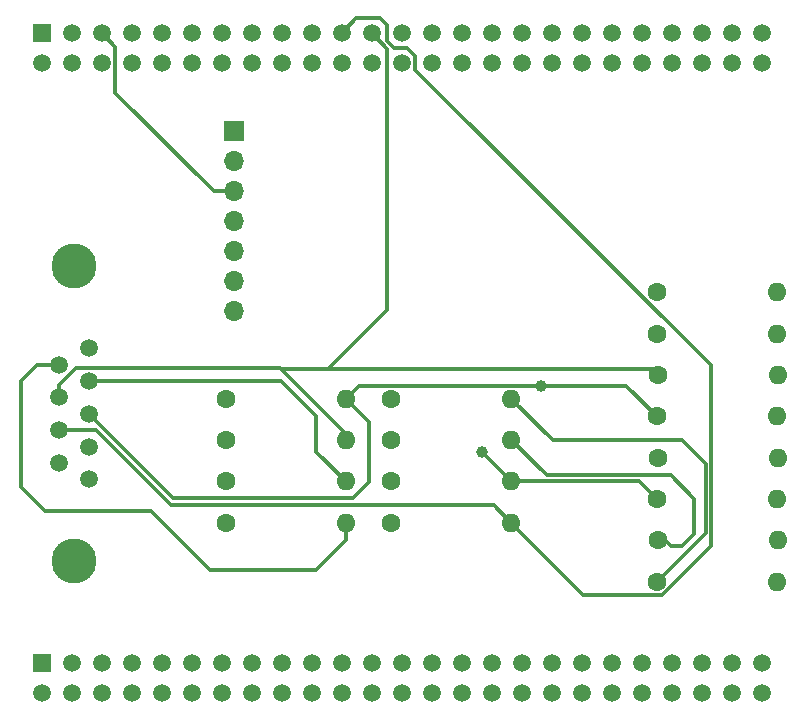
<source format=gtl>
G04 #@! TF.GenerationSoftware,KiCad,Pcbnew,8.0.0*
G04 #@! TF.CreationDate,2024-05-03T13:58:39-04:00*
G04 #@! TF.ProjectId,hdmi_trigger_interface,68646d69-5f74-4726-9967-6765725f696e,rev?*
G04 #@! TF.SameCoordinates,Original*
G04 #@! TF.FileFunction,Copper,L1,Top*
G04 #@! TF.FilePolarity,Positive*
%FSLAX46Y46*%
G04 Gerber Fmt 4.6, Leading zero omitted, Abs format (unit mm)*
G04 Created by KiCad (PCBNEW 8.0.0) date 2024-05-03 13:58:39*
%MOMM*%
%LPD*%
G01*
G04 APERTURE LIST*
G04 #@! TA.AperFunction,ComponentPad*
%ADD10C,1.498600*%
G04 #@! TD*
G04 #@! TA.AperFunction,ComponentPad*
%ADD11C,3.810000*%
G04 #@! TD*
G04 #@! TA.AperFunction,ComponentPad*
%ADD12C,1.600000*%
G04 #@! TD*
G04 #@! TA.AperFunction,ComponentPad*
%ADD13O,1.600000X1.600000*%
G04 #@! TD*
G04 #@! TA.AperFunction,ComponentPad*
%ADD14R,1.700000X1.700000*%
G04 #@! TD*
G04 #@! TA.AperFunction,ComponentPad*
%ADD15O,1.700000X1.700000*%
G04 #@! TD*
G04 #@! TA.AperFunction,ComponentPad*
%ADD16C,1.508000*%
G04 #@! TD*
G04 #@! TA.AperFunction,ComponentPad*
%ADD17R,1.508000X1.508000*%
G04 #@! TD*
G04 #@! TA.AperFunction,ViaPad*
%ADD18C,1.000000*%
G04 #@! TD*
G04 #@! TA.AperFunction,Conductor*
%ADD19C,0.304800*%
G04 #@! TD*
G04 APERTURE END LIST*
D10*
X205774801Y-57220001D03*
X203234801Y-58610001D03*
X205774801Y-60000000D03*
X203234801Y-61390000D03*
X205774801Y-62780000D03*
X203234801Y-64170000D03*
X205774801Y-65560000D03*
X203234801Y-66949999D03*
X205774801Y-68339999D03*
D11*
X204504801Y-50285001D03*
X204504801Y-75274999D03*
D12*
X231340000Y-65000000D03*
D13*
X241500000Y-65000000D03*
D14*
X218000000Y-38880000D03*
D15*
X218000000Y-41420000D03*
X218000000Y-43960000D03*
X218000000Y-46500000D03*
X218000000Y-49040000D03*
X218000000Y-51580000D03*
X218000000Y-54120000D03*
D12*
X217340000Y-72000000D03*
D13*
X227500000Y-72000000D03*
D12*
X217340000Y-68500000D03*
D13*
X227500000Y-68500000D03*
D12*
X217340000Y-65000000D03*
D13*
X227500000Y-65000000D03*
D12*
X217340000Y-61500000D03*
D13*
X227500000Y-61500000D03*
D12*
X231340000Y-72000000D03*
D13*
X241500000Y-72000000D03*
D12*
X231340000Y-68500000D03*
D13*
X241500000Y-68500000D03*
D12*
X231340000Y-61500000D03*
D13*
X241500000Y-61500000D03*
D12*
X253840000Y-77000000D03*
D13*
X264000000Y-77000000D03*
D12*
X253920000Y-73500000D03*
D13*
X264080000Y-73500000D03*
D12*
X253840000Y-70000000D03*
D13*
X264000000Y-70000000D03*
D12*
X253920000Y-66500000D03*
D13*
X264080000Y-66500000D03*
D12*
X253840000Y-63000000D03*
D13*
X264000000Y-63000000D03*
D12*
X253920000Y-59500000D03*
D13*
X264080000Y-59500000D03*
D12*
X253840000Y-56000000D03*
D13*
X264000000Y-56000000D03*
D12*
X253840000Y-52500000D03*
D13*
X264000000Y-52500000D03*
D16*
X242382500Y-33076600D03*
X242382500Y-30536600D03*
X239842500Y-33076600D03*
X239842500Y-30536600D03*
X237302500Y-33076600D03*
X237302500Y-30536600D03*
X234762500Y-33076600D03*
X234762500Y-30536600D03*
X232222500Y-33076600D03*
X232222500Y-30536600D03*
X229682500Y-33076600D03*
X229682500Y-30536600D03*
X227142500Y-33076600D03*
X227142500Y-30536600D03*
X224602500Y-33076600D03*
X224602500Y-30536600D03*
X222062500Y-33076600D03*
X222062500Y-30536600D03*
X219522500Y-33076600D03*
X219522500Y-30536600D03*
X216982500Y-33076600D03*
X216982500Y-30536600D03*
X214442500Y-33076600D03*
X214442500Y-30536600D03*
X211902500Y-33076600D03*
X211902500Y-30536600D03*
X209362500Y-33076600D03*
X209362500Y-30536600D03*
X206822500Y-33076600D03*
X206822500Y-30536600D03*
X209362500Y-86416600D03*
X209362500Y-83876600D03*
X211902500Y-86416600D03*
X211902500Y-83876600D03*
X214442500Y-86416600D03*
X214442500Y-83876600D03*
X216982500Y-86416600D03*
X216982500Y-83876600D03*
X219522500Y-86416600D03*
X219522500Y-83876600D03*
X222062500Y-86416600D03*
X222062500Y-83876600D03*
X224602500Y-86416600D03*
X224602500Y-83876600D03*
X227142500Y-86416600D03*
X227142500Y-83876600D03*
X229682500Y-86416600D03*
X229682500Y-83876600D03*
X232222500Y-86416600D03*
X232222500Y-83876600D03*
X234762500Y-86416600D03*
X234762500Y-83876600D03*
X237302500Y-86416600D03*
X237302500Y-83876600D03*
X239842500Y-86416600D03*
X239842500Y-83876600D03*
X242382500Y-86416600D03*
X242382500Y-83876600D03*
X244922500Y-86416600D03*
X244922500Y-83876600D03*
X247462500Y-86416600D03*
X247462500Y-83876600D03*
X250002500Y-86416600D03*
X250002500Y-83876600D03*
X252542500Y-86416600D03*
X252542500Y-83876600D03*
X255082500Y-86416600D03*
X255082500Y-83876600D03*
X262702500Y-33076600D03*
X262702500Y-30536600D03*
X260162500Y-33076600D03*
X260162500Y-30536600D03*
X257622500Y-33076600D03*
X257622500Y-30536600D03*
X255082500Y-33076600D03*
X255082500Y-30536600D03*
X252542500Y-33076600D03*
X252542500Y-30536600D03*
X250002500Y-33076600D03*
X250002500Y-30536600D03*
X247462500Y-33076600D03*
X247462500Y-30536600D03*
X244922500Y-33076600D03*
X244922500Y-30536600D03*
X206822500Y-86416600D03*
D17*
X201742500Y-30536600D03*
D16*
X204282500Y-30536600D03*
D17*
X201742500Y-83876600D03*
D16*
X204282500Y-83876600D03*
X262702500Y-86416600D03*
X201742500Y-33076600D03*
X201742500Y-86416600D03*
X262702500Y-83876600D03*
X206822500Y-83876600D03*
X260162500Y-86416600D03*
X260162500Y-83876600D03*
X257622500Y-86416600D03*
X257622500Y-83876600D03*
X204282500Y-33076600D03*
X204282500Y-86416600D03*
D18*
X244000000Y-60395200D03*
X239000000Y-66000000D03*
D19*
X218000000Y-43960000D02*
X216360000Y-43960000D01*
X216360000Y-43960000D02*
X208000000Y-35600000D01*
X208000000Y-35600000D02*
X208000000Y-31714100D01*
X208000000Y-31714100D02*
X206822500Y-30536600D01*
X227142500Y-30536600D02*
X228379100Y-29300000D01*
X228379100Y-29300000D02*
X230400000Y-29300000D01*
X258457199Y-58691069D02*
X258457199Y-73945225D01*
X231000000Y-29900000D02*
X231000000Y-31207522D01*
X233400000Y-32500000D02*
X233400000Y-33633870D01*
X247604800Y-78104800D02*
X241500000Y-72000000D01*
X233400000Y-33633870D02*
X258457199Y-58691069D01*
X231000000Y-31207522D02*
X231592478Y-31800000D01*
X230400000Y-29300000D02*
X231000000Y-29900000D01*
X231592478Y-31800000D02*
X232700000Y-31800000D01*
X232700000Y-31800000D02*
X233400000Y-32500000D01*
X258457199Y-73945225D02*
X254297624Y-78104800D01*
X254297624Y-78104800D02*
X247604800Y-78104800D01*
X222000000Y-59000000D02*
X226000000Y-59000000D01*
X226000000Y-59000000D02*
X231000000Y-54000000D01*
X231000000Y-54000000D02*
X231000000Y-31854100D01*
X231000000Y-31854100D02*
X229682500Y-30536600D01*
X205774801Y-62780000D02*
X212898291Y-69903490D01*
X229436999Y-63436999D02*
X227500000Y-61500000D01*
X212898291Y-69903490D02*
X228096510Y-69903490D01*
X228096510Y-69903490D02*
X229436999Y-68563001D01*
X229436999Y-68563001D02*
X229436999Y-63436999D01*
X253920000Y-59500000D02*
X253420000Y-59000000D01*
X253420000Y-59000000D02*
X222000000Y-59000000D01*
X251235200Y-60395200D02*
X244000000Y-60395200D01*
X244000000Y-60395200D02*
X228604800Y-60395200D01*
X241500000Y-68500000D02*
X239000000Y-66000000D01*
X227500000Y-65000000D02*
X227500000Y-64500000D01*
X221945900Y-58945900D02*
X222000000Y-59000000D01*
X222000000Y-59000000D02*
X227500000Y-64500000D01*
X253840000Y-63000000D02*
X251235200Y-60395200D01*
X228604800Y-60395200D02*
X227500000Y-61500000D01*
X253840000Y-77000000D02*
X258000000Y-72840000D01*
X258000000Y-72840000D02*
X258000000Y-67000000D01*
X256000000Y-65000000D02*
X245000000Y-65000000D01*
X258000000Y-67000000D02*
X256000000Y-65000000D01*
X245000000Y-65000000D02*
X241500000Y-61500000D01*
X241500000Y-65000000D02*
X244500000Y-68000000D01*
X244500000Y-68000000D02*
X255000000Y-68000000D01*
X255000000Y-68000000D02*
X257000000Y-70000000D01*
X257000000Y-70000000D02*
X257000000Y-73000000D01*
X255000000Y-74000000D02*
X254500000Y-73500000D01*
X254500000Y-73500000D02*
X253920000Y-73500000D01*
X257000000Y-73000000D02*
X256000000Y-74000000D01*
X256000000Y-74000000D02*
X255000000Y-74000000D01*
X241500000Y-68500000D02*
X252340000Y-68500000D01*
X252340000Y-68500000D02*
X253840000Y-70000000D01*
X203234801Y-64170000D02*
X206321421Y-64170000D01*
X206321421Y-64170000D02*
X212664125Y-70512704D01*
X212664125Y-70512704D02*
X240012704Y-70512704D01*
X240012704Y-70512704D02*
X241500000Y-72000000D01*
X203234801Y-61390000D02*
X203234801Y-60330330D01*
X203234801Y-60330330D02*
X204619231Y-58945900D01*
X204619231Y-58945900D02*
X221945900Y-58945900D01*
X205774801Y-60000000D02*
X222000000Y-60000000D01*
X222000000Y-60000000D02*
X225000000Y-63000000D01*
X225000000Y-63000000D02*
X225000000Y-66000000D01*
X225000000Y-66000000D02*
X227500000Y-68500000D01*
X203234801Y-58610001D02*
X201389999Y-58610001D01*
X201389999Y-58610001D02*
X200000000Y-60000000D01*
X200000000Y-60000000D02*
X200000000Y-69000000D01*
X200000000Y-69000000D02*
X202000000Y-71000000D01*
X216000000Y-76000000D02*
X225000000Y-76000000D01*
X202000000Y-71000000D02*
X211000000Y-71000000D01*
X211000000Y-71000000D02*
X216000000Y-76000000D01*
X225000000Y-76000000D02*
X227500000Y-73500000D01*
X227500000Y-73500000D02*
X227500000Y-72000000D01*
M02*

</source>
